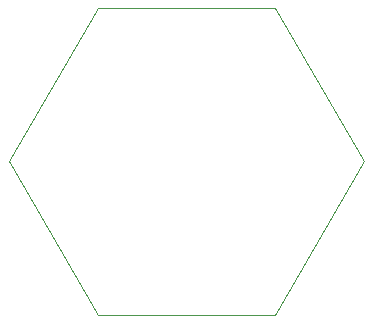
<source format=gko>
G04*
G04 #@! TF.GenerationSoftware,Altium Limited,Altium Designer,22.7.1 (60)*
G04*
G04 Layer_Color=16711935*
%FSLAX43Y43*%
%MOMM*%
G71*
G04*
G04 #@! TF.SameCoordinates,4835CE25-E48C-4DDB-B082-209FFF86AC7D*
G04*
G04*
G04 #@! TF.FilePolarity,Positive*
G04*
G01*
G75*
%ADD11C,0.100*%
D11*
X-7500Y12990D02*
X0Y0D01*
X15000D02*
X22500Y12990D01*
X0Y0D02*
X15000D01*
X-7500Y12990D02*
X0Y25981D01*
X15000D01*
X22500Y12990D01*
M02*

</source>
